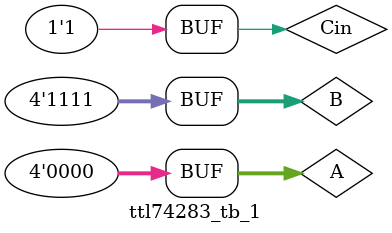
<source format=v>
`timescale 1ns / 1ps

module ttl74283_tb_1 ();
  reg Cin;
  reg [3:0] A;
  reg [3:0] B;
  initial begin
    Cin <= 1'bx;
    A <= 4'b0;
    B <= 4'b1111;
  end

  initial begin
    #20 Cin <= 1'b1;
  end
  wire [3:0] S;
  wire Cout;
  ttl74283_v ttl74283_v(
    .A(A),
    .B(B),
    .Cin(Cin),
    .S(S),
    .Cout(Cout)
  );


endmodule //multiplexer_4to1_tb

</source>
